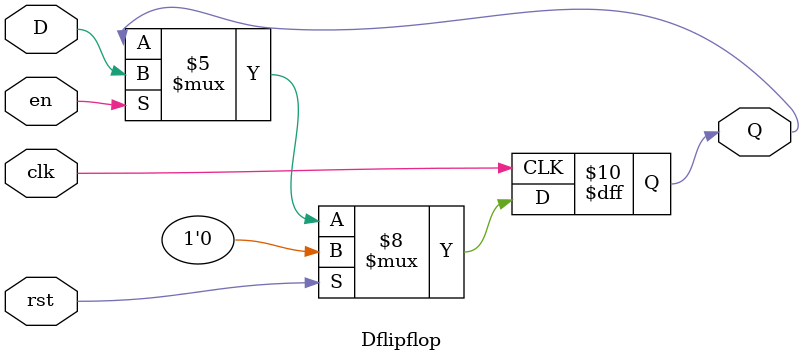
<source format=v>
`timescale 1ns / 1ps
module Dflipflop(en,D,clk,rst,Q);
input en,D,clk,rst;                     
output Q;
reg Q;

always @(posedge clk)
begin
	if (rst == 1'b1)
		begin
		Q <= 0;
		end
	else 
		begin
		if ( en == 1'b1 )
			begin
			Q <= D;
			end
		else 
			begin
			Q <= Q;
			end
		end
end		

endmodule

</source>
